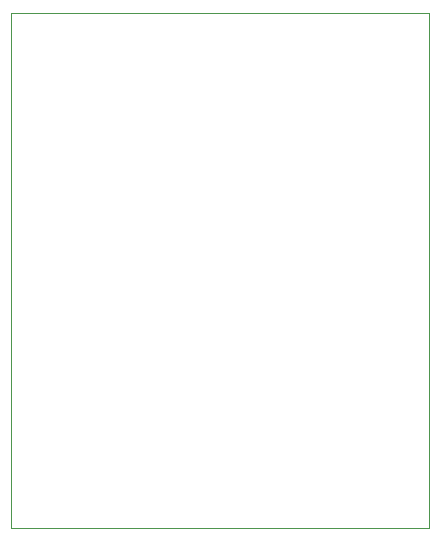
<source format=gm1>
G04 #@! TF.GenerationSoftware,KiCad,Pcbnew,5.1.8+dfsg1-1~bpo10+1*
G04 #@! TF.CreationDate,2020-11-15T21:14:17+08:00*
G04 #@! TF.ProjectId,stm32-io-extend,73746d33-322d-4696-9f2d-657874656e64,rev?*
G04 #@! TF.SameCoordinates,Original*
G04 #@! TF.FileFunction,Profile,NP*
%FSLAX46Y46*%
G04 Gerber Fmt 4.6, Leading zero omitted, Abs format (unit mm)*
G04 Created by KiCad (PCBNEW 5.1.8+dfsg1-1~bpo10+1) date 2020-11-15 21:14:17*
%MOMM*%
%LPD*%
G01*
G04 APERTURE LIST*
G04 #@! TA.AperFunction,Profile*
%ADD10C,0.050000*%
G04 #@! TD*
G04 APERTURE END LIST*
D10*
X110200000Y-73000000D02*
X145600000Y-73000000D01*
X110200000Y-29400000D02*
X145600000Y-29400000D01*
X145600000Y-29400000D02*
X145600000Y-73000000D01*
X110200000Y-29400000D02*
X110200000Y-73000000D01*
M02*

</source>
